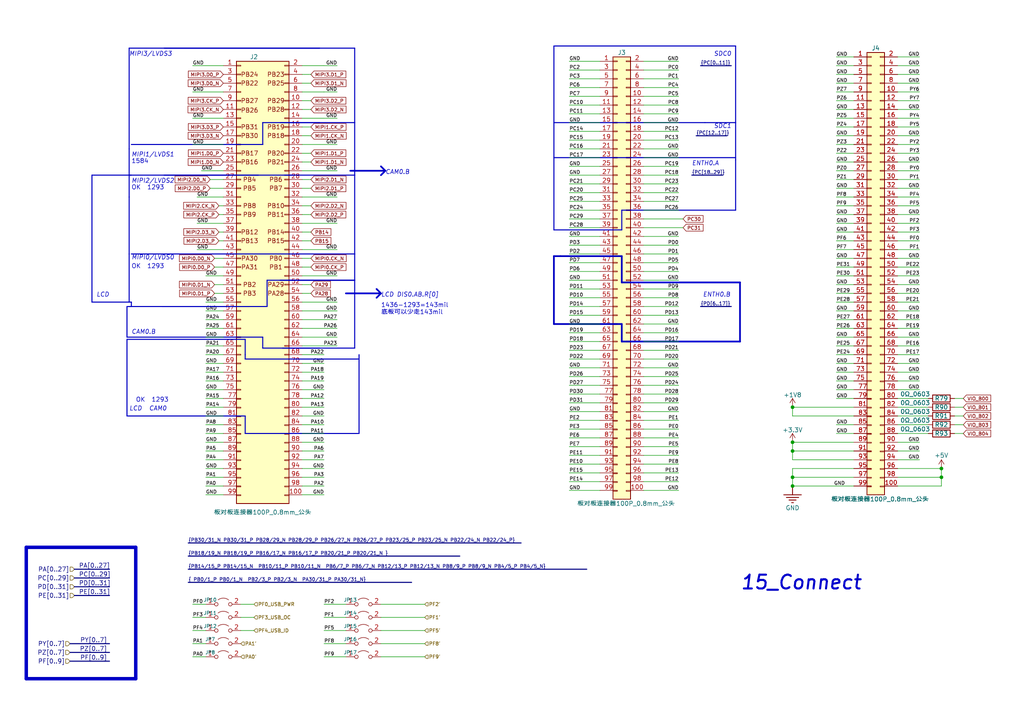
<source format=kicad_sch>
(kicad_sch (version 20230121) (generator eeschema)
  (paper "A4")
  (junction (at 229.87 140.97))
  (junction (at 273.05 138.43))
  (junction (at 229.87 130.81))
  (junction (at 273.05 135.89))
  (junction (at 229.87 118.11))
  (junction (at 229.87 138.43))
  (junction (at 229.87 128.27))
  (bus (pts (xy 54.61 165.1) (xy 170.18 165.1)))
  (wire (pts (xy 165.1 101.6) (xy 173.99 101.6)) (stroke (width 0.15)))
  (wire (pts (xy 62.23 85.09) (xy 64.77 85.09)))
  (wire (pts (xy 165.1 17.78) (xy 173.99 17.78)) (stroke (width 0.15)))
  (polyline (pts (xy 76.2 41.91) (xy 76.2 41.91)) (stroke (width 0.3) (type solid)))
  (wire (pts (xy 55.88 26.67) (xy 64.77 26.67)))
  (wire (pts (xy 55.88 19.05) (xy 64.77 19.05)))
  (wire (pts (xy 247.65 138.43) (xy 229.87 138.43)) (stroke (width 0.15)))
  (polyline (pts (xy 160.655 35.56) (xy 160.655 45.72)) (stroke (width 0.3) (type solid)))
  (wire (pts (xy 165.1 139.7) (xy 173.99 139.7)) (stroke (width 0.15)))
  (polyline (pts (xy 102.87 35.56) (xy 102.87 13.97)) (stroke (width 0.3) (type solid)))
  (wire (pts (xy 266.7 39.37) (xy 260.35 39.37)) (stroke (width 0.15)))
  (wire (pts (xy 93.98 26.67) (xy 97.79 26.67)) (stroke (width 0.15)))
  (polyline (pts (xy 36.83 88.9) (xy 36.83 97.79)) (stroke (width 0.3) (type solid)))
  (wire (pts (xy 242.57 52.07) (xy 247.65 52.07)) (stroke (width 0.15)))
  (wire (pts (xy 186.69 78.74) (xy 196.85 78.74)) (stroke (width 0.15)))
  (wire (pts (xy 69.85 179.07) (xy 73.66 179.07)))
  (polyline (pts (xy 109.22 83.82) (xy 110.49 85.09)) (stroke (width 0.5) (type solid)))
  (wire (pts (xy 165.1 114.3) (xy 173.99 114.3)) (stroke (width 0.15)))
  (polyline (pts (xy 36.83 88.9) (xy 72.39 88.9)) (stroke (width 0.3) (type solid)))
  (wire (pts (xy 87.63 26.67) (xy 93.98 26.67)))
  (bus (pts (xy 54.61 168.91) (xy 119.38 168.91)))
  (polyline (pts (xy 110.49 50.8) (xy 111.76 49.53)) (stroke (width 0.5) (type solid)))
  (wire (pts (xy 260.35 64.77) (xy 266.7 64.77)))
  (polyline (pts (xy 74.93 50.8) (xy 37.465 50.8)) (stroke (width 0.3) (type solid)))
  (wire (pts (xy 186.69 63.5) (xy 198.12 63.5)) (stroke (width 0.15)))
  (wire (pts (xy 186.69 88.9) (xy 196.85 88.9)) (stroke (width 0.15)))
  (wire (pts (xy 266.7 19.05) (xy 260.35 19.05)) (stroke (width 0.15)))
  (wire (pts (xy 186.69 132.08) (xy 196.85 132.08)) (stroke (width 0.15)))
  (polyline (pts (xy 160.655 74.295) (xy 162.56 74.295)) (stroke (width 0.5) (type solid)))
  (polyline (pts (xy 101.6 49.53) (xy 111.76 49.53)) (stroke (width 0.5) (type solid)))
  (wire (pts (xy 165.1 121.92) (xy 173.99 121.92)) (stroke (width 0.15)))
  (wire (pts (xy 186.69 142.24) (xy 196.85 142.24)) (stroke (width 0.15)))
  (wire (pts (xy 87.63 44.45) (xy 90.17 44.45)))
  (wire (pts (xy 260.35 125.73) (xy 269.24 125.73)) (stroke (width 0.15)))
  (bus (pts (xy 21.59 172.72) (xy 31.75 172.72)))
  (wire (pts (xy 59.69 100.33) (xy 64.77 100.33)))
  (polyline (pts (xy 110.49 48.26) (xy 111.76 49.53)) (stroke (width 0.5) (type solid)))
  (wire (pts (xy 186.69 116.84) (xy 196.85 116.84)) (stroke (width 0.15)))
  (polyline (pts (xy 71.12 120.65) (xy 71.12 125.73)) (stroke (width 0.3) (type solid)))
  (wire (pts (xy 242.57 87.63) (xy 247.65 87.63)) (stroke (width 0.15)))
  (wire (pts (xy 87.63 90.17) (xy 97.79 90.17)))
  (polyline (pts (xy 100.33 85.09) (xy 110.49 85.09)) (stroke (width 0.5) (type solid)))
  (wire (pts (xy 93.98 190.5) (xy 100.33 190.5)))
  (wire (pts (xy 165.1 99.06) (xy 173.99 99.06)) (stroke (width 0.15)))
  (polyline (pts (xy 7.62 158.75) (xy 7.62 196.85)) (stroke (width 1) (type solid)))
  (wire (pts (xy 87.63 133.35) (xy 93.98 133.35)) (stroke (width 0.15)))
  (wire (pts (xy 186.69 53.34) (xy 196.85 53.34)) (stroke (width 0.15)))
  (bus (pts (xy 21.59 165.1) (xy 31.75 165.1)))
  (wire (pts (xy 165.1 20.32) (xy 173.99 20.32)))
  (wire (pts (xy 55.88 186.69) (xy 59.69 186.69)))
  (wire (pts (xy 242.57 105.41) (xy 247.65 105.41)) (stroke (width 0.15)))
  (polyline (pts (xy 213.36 46.355) (xy 213.36 60.96)) (stroke (width 0.3) (type solid)))
  (wire (pts (xy 242.57 74.93) (xy 247.65 74.93)) (stroke (width 0.15)))
  (polyline (pts (xy 71.12 98.425) (xy 36.83 98.425)) (stroke (width 0.3) (type solid)))
  (polyline (pts (xy 92.71 13.97) (xy 37.465 13.97)) (stroke (width 0.3) (type solid)))
  (wire (pts (xy 165.1 43.18) (xy 173.99 43.18)) (stroke (width 0.15)))
  (polyline (pts (xy 38.1 87.63) (xy 38.1 88.9)) (stroke (width 0.3) (type solid)))
  (polyline (pts (xy 109.22 86.36) (xy 110.49 85.09)) (stroke (width 0.5) (type solid)))
  (bus (pts (xy 54.61 161.29) (xy 133.35 161.29)))
  (wire (pts (xy 58.42 49.53) (xy 64.77 49.53)) (stroke (width 0.15)))
  (polyline (pts (xy 71.12 125.73) (xy 93.98 125.73)) (stroke (width 0.3) (type solid)))
  (wire (pts (xy 59.69 95.25) (xy 64.77 95.25)))
  (wire (pts (xy 266.7 31.75) (xy 260.35 31.75)) (stroke (width 0.15)))
  (wire (pts (xy 186.69 104.14) (xy 196.85 104.14)) (stroke (width 0.15)))
  (wire (pts (xy 247.65 140.97) (xy 229.87 140.97)) (stroke (width 0.15)))
  (wire (pts (xy 242.57 113.03) (xy 247.65 113.03)) (stroke (width 0.15)))
  (wire (pts (xy 273.05 135.89) (xy 273.05 138.43)))
  (wire (pts (xy 273.05 140.97) (xy 260.35 140.97)))
  (wire (pts (xy 186.69 109.22) (xy 196.85 109.22)) (stroke (width 0.15)))
  (polyline (pts (xy 37.465 87.63) (xy 37.465 73.66)) (stroke (width 0.3) (type solid)))
  (wire (pts (xy 266.7 82.55) (xy 260.35 82.55)) (stroke (width 0.15)))
  (bus (pts (xy 203.2 88.9) (xy 212.09 88.9)))
  (wire (pts (xy 260.35 80.01) (xy 266.7 80.01)) (stroke (width 0.15)))
  (wire (pts (xy 59.69 133.35) (xy 64.77 133.35)))
  (wire (pts (xy 87.63 67.31) (xy 90.17 67.31)))
  (wire (pts (xy 242.57 123.19) (xy 247.65 123.19)) (stroke (width 0.15)))
  (wire (pts (xy 59.69 130.81) (xy 64.77 130.81)))
  (wire (pts (xy 260.35 85.09) (xy 266.7 85.09)) (stroke (width 0.15)))
  (wire (pts (xy 165.1 109.22) (xy 173.99 109.22)) (stroke (width 0.15)))
  (wire (pts (xy 266.7 110.49) (xy 260.35 110.49)) (stroke (width 0.15)))
  (wire (pts (xy 87.63 143.51) (xy 93.98 143.51)) (stroke (width 0.15)))
  (wire (pts (xy 186.69 55.88) (xy 196.85 55.88)) (stroke (width 0.15)))
  (wire (pts (xy 97.79 97.79) (xy 87.63 97.79)) (stroke (width 0.15)))
  (wire (pts (xy 63.5 59.69) (xy 64.77 59.69)))
  (wire (pts (xy 229.87 138.43) (xy 229.87 140.97)))
  (wire (pts (xy 266.7 133.35) (xy 260.35 133.35)) (stroke (width 0.15)))
  (wire (pts (xy 59.69 125.73) (xy 64.77 125.73)))
  (polyline (pts (xy 71.12 102.87) (xy 71.12 104.14)) (stroke (width 0.3) (type solid)))
  (wire (pts (xy 229.87 130.81) (xy 247.65 130.81)))
  (polyline (pts (xy 102.87 100.965) (xy 102.87 81.28)) (stroke (width 0.3) (type solid)))
  (wire (pts (xy 260.35 49.53) (xy 266.7 49.53)) (stroke (width 0.15)))
  (wire (pts (xy 165.1 25.4) (xy 173.99 25.4)))
  (wire (pts (xy 55.88 190.5) (xy 59.69 190.5)))
  (wire (pts (xy 242.57 97.79) (xy 247.65 97.79)) (stroke (width 0.15)))
  (wire (pts (xy 273.05 138.43) (xy 273.05 140.97)))
  (polyline (pts (xy 102.87 81.28) (xy 81.28 81.28)) (stroke (width 0.3) (type solid)))
  (wire (pts (xy 229.87 128.27) (xy 229.87 130.81)))
  (wire (pts (xy 260.35 59.69) (xy 266.7 59.69)) (stroke (width 0.15)))
  (wire (pts (xy 87.63 54.61) (xy 90.17 54.61)))
  (wire (pts (xy 260.35 100.33) (xy 266.7 100.33)) (stroke (width 0.15)))
  (wire (pts (xy 260.35 26.67) (xy 266.7 26.67)) (stroke (width 0.15)))
  (wire (pts (xy 229.87 120.65) (xy 247.65 120.65)))
  (bus (pts (xy 201.93 39.37) (xy 210.82 39.37)))
  (wire (pts (xy 242.57 49.53) (xy 247.65 49.53)) (stroke (width 0.15)))
  (wire (pts (xy 242.57 115.57) (xy 247.65 115.57)) (stroke (width 0.15)))
  (polyline (pts (xy 26.67 87.63) (xy 38.1 87.63)) (stroke (width 0.3) (type solid)))
  (wire (pts (xy 242.57 26.67) (xy 247.65 26.67)) (stroke (width 0.15)))
  (wire (pts (xy 165.1 132.08) (xy 173.99 132.08)) (stroke (width 0.15)))
  (wire (pts (xy 266.7 128.27) (xy 260.35 128.27)) (stroke (width 0.15)))
  (bus (pts (xy 54.61 157.48) (xy 151.13 157.48)))
  (polyline (pts (xy 7.62 158.75) (xy 39.37 158.75)) (stroke (width 1) (type solid)))
  (wire (pts (xy 59.69 105.41) (xy 64.77 105.41)) (stroke (width 0.15)))
  (polyline (pts (xy 38.1 88.9) (xy 36.83 88.9)) (stroke (width 0.3) (type solid)))
  (wire (pts (xy 90.17 24.13) (xy 87.63 24.13)))
  (wire (pts (xy 260.35 72.39) (xy 266.7 72.39)) (stroke (width 0.15)))
  (wire (pts (xy 63.5 67.31) (xy 64.77 67.31)))
  (wire (pts (xy 62.23 74.93) (xy 64.77 74.93)))
  (wire (pts (xy 186.69 71.12) (xy 196.85 71.12)) (stroke (width 0.15)))
  (wire (pts (xy 186.69 45.72) (xy 196.85 45.72)) (stroke (width 0.15)))
  (wire (pts (xy 242.57 92.71) (xy 247.65 92.71)) (stroke (width 0.15)))
  (wire (pts (xy 87.63 102.87) (xy 93.98 102.87)) (stroke (width 0.15)))
  (polyline (pts (xy 76.2 35.56) (xy 76.2 41.91)) (stroke (width 0.3) (type solid)))
  (wire (pts (xy 165.1 93.98) (xy 173.99 93.98)) (stroke (width 0.15)))
  (wire (pts (xy 242.57 59.69) (xy 247.65 59.69)) (stroke (width 0.15)))
  (wire (pts (xy 247.65 128.27) (xy 229.87 128.27)))
  (polyline (pts (xy 180.34 93.98) (xy 160.655 93.98)) (stroke (width 0.5) (type solid)))
  (wire (pts (xy 59.69 102.87) (xy 64.77 102.87)))
  (wire (pts (xy 165.1 116.84) (xy 173.99 116.84)) (stroke (width 0.15)))
  (wire (pts (xy 165.1 76.2) (xy 173.99 76.2)) (stroke (width 0.15)))
  (wire (pts (xy 165.1 22.86) (xy 173.99 22.86)))
  (wire (pts (xy 186.69 25.4) (xy 196.85 25.4)) (stroke (width 0.15)))
  (wire (pts (xy 186.69 48.26) (xy 196.85 48.26)) (stroke (width 0.15)))
  (wire (pts (xy 90.17 82.55) (xy 87.63 82.55)))
  (wire (pts (xy 266.7 90.17) (xy 260.35 90.17)) (stroke (width 0.15)))
  (polyline (pts (xy 102.87 73.66) (xy 102.87 81.28)) (stroke (width 0.3) (type solid)))
  (wire (pts (xy 60.96 54.61) (xy 64.77 54.61)))
  (polyline (pts (xy 160.655 93.98) (xy 160.655 74.295)) (stroke (width 0.5) (type solid)))
  (wire (pts (xy 97.79 100.33) (xy 87.63 100.33)) (stroke (width 0.15)))
  (wire (pts (xy 62.23 82.55) (xy 64.77 82.55)))
  (wire (pts (xy 165.1 111.76) (xy 173.99 111.76)) (stroke (width 0.15)))
  (polyline (pts (xy 180.34 99.06) (xy 180.34 93.98)) (stroke (width 0.5) (type solid)))
  (wire (pts (xy 165.1 58.42) (xy 173.99 58.42)) (stroke (width 0.15)))
  (polyline (pts (xy 81.28 125.73) (xy 104.14 125.73)) (stroke (width 0.3) (type solid)))
  (wire (pts (xy 266.7 113.03) (xy 260.35 113.03)) (stroke (width 0.15)))
  (polyline (pts (xy 160.655 13.335) (xy 213.36 13.335)) (stroke (width 0.3) (type solid)))
  (wire (pts (xy 266.7 16.51) (xy 260.35 16.51)) (stroke (width 0.15)))
  (wire (pts (xy 165.1 142.24) (xy 173.99 142.24)) (stroke (width 0.15)))
  (polyline (pts (xy 38.1 41.91) (xy 76.2 41.91)) (stroke (width 0.3) (type solid)))
  (wire (pts (xy 97.79 49.53) (xy 87.63 49.53)))
  (wire (pts (xy 229.87 118.11) (xy 247.65 118.11)))
  (bus (pts (xy 20.32 191.77) (xy 31.75 191.77)))
  (wire (pts (xy 260.35 115.57) (xy 269.24 115.57)) (stroke (width 0.15)))
  (wire (pts (xy 55.88 41.91) (xy 64.77 41.91)))
  (wire (pts (xy 229.87 120.65) (xy 229.87 118.11)))
  (wire (pts (xy 266.7 130.81) (xy 260.35 130.81)) (stroke (width 0.15)))
  (wire (pts (xy 266.7 46.99) (xy 260.35 46.99)) (stroke (width 0.15)))
  (polyline (pts (xy 102.87 50.8) (xy 102.87 73.66)) (stroke (width 0.3) (type solid)))
  (wire (pts (xy 87.63 140.97) (xy 93.98 140.97)) (stroke (width 0.15)))
  (polyline (pts (xy 204.47 35.56) (xy 213.36 35.56)) (stroke (width 0.3) (type solid)))
  (polyline (pts (xy 38.1 50.8) (xy 26.67 50.8)) (stroke (width 0.3) (type solid)))
  (polyline (pts (xy 180.34 81.915) (xy 214.63 81.915)) (stroke (width 0.5) (type solid)))
  (wire (pts (xy 55.88 34.29) (xy 64.77 34.29)))
  (polyline (pts (xy 26.67 50.8) (xy 26.67 87.63)) (stroke (width 0.3) (type solid)))
  (wire (pts (xy 186.69 35.56) (xy 196.85 35.56)) (stroke (width 0.15)))
  (wire (pts (xy 165.1 83.82) (xy 173.99 83.82)) (stroke (width 0.15)))
  (wire (pts (xy 242.57 24.13) (xy 247.65 24.13)) (stroke (width 0.15)))
  (polyline (pts (xy 37.465 43.18) (xy 37.465 50.8)) (stroke (width 0.3) (type solid)))
  (wire (pts (xy 186.69 60.96) (xy 196.85 60.96)) (stroke (width 0.15)))
  (wire (pts (xy 59.69 90.17) (xy 64.77 90.17)) (stroke (width 0.15)))
  (wire (pts (xy 165.1 86.36) (xy 173.99 86.36)) (stroke (width 0.15)))
  (polyline (pts (xy 81.915 100.965) (xy 102.87 100.965)) (stroke (width 0.3) (type solid)))
  (wire (pts (xy 165.1 134.62) (xy 173.99 134.62)) (stroke (width 0.15)))
  (wire (pts (xy 165.1 60.96) (xy 173.99 60.96)) (stroke (width 0.15)))
  (wire (pts (xy 273.05 138.43) (xy 260.35 138.43)))
  (wire (pts (xy 165.1 81.28) (xy 173.99 81.28)) (stroke (width 0.15)))
  (wire (pts (xy 242.57 41.91) (xy 247.65 41.91)) (stroke (width 0.15)))
  (wire (pts (xy 186.69 43.18) (xy 196.85 43.18)) (stroke (width 0.15)))
  (wire (pts (xy 87.63 57.15) (xy 97.79 57.15)) (stroke (width 0.15)))
  (wire (pts (xy 59.69 87.63) (xy 64.77 87.63)) (stroke (width 0.15)))
  (wire (pts (xy 93.98 182.88) (xy 100.33 182.88)))
  (wire (pts (xy 229.87 133.35) (xy 247.65 133.35)))
  (wire (pts (xy 186.69 129.54) (xy 196.85 129.54)) (stroke (width 0.15)))
  (wire (pts (xy 165.1 50.8) (xy 173.99 50.8)) (stroke (width 0.15)))
  (polyline (pts (xy 39.37 158.75) (xy 39.37 196.85)) (stroke (width 1) (type solid)))
  (wire (pts (xy 266.7 21.59) (xy 260.35 21.59)) (stroke (width 0.15)))
  (wire (pts (xy 242.57 19.05) (xy 247.65 19.05)) (stroke (width 0.15)))
  (wire (pts (xy 242.57 67.31) (xy 247.65 67.31)) (stroke (width 0.15)))
  (polyline (pts (xy 37.465 50.8) (xy 37.465 57.15)) (stroke (width 0.3) (type solid)))
  (wire (pts (xy 97.79 72.39) (xy 87.63 72.39)) (stroke (width 0.15)))
  (wire (pts (xy 110.49 190.5) (xy 123.19 190.5)))
  (wire (pts (xy 186.69 101.6) (xy 196.85 101.6)) (stroke (width 0.15)))
  (wire (pts (xy 186.69 106.68) (xy 196.85 106.68)) (stroke (width 0.15)))
  (wire (pts (xy 242.57 29.21) (xy 247.65 29.21)) (stroke (width 0.15)))
  (wire (pts (xy 87.63 41.91) (xy 97.79 41.91)))
  (wire (pts (xy 55.88 175.26) (xy 59.69 175.26)))
  (wire (pts (xy 266.7 62.23) (xy 260.35 62.23)) (stroke (width 0.15)))
  (polyline (pts (xy 102.87 50.8) (xy 102.87 35.56)) (stroke (width 0.3) (type solid)))
  (wire (pts (xy 260.35 57.15) (xy 266.7 57.15)) (stroke (width 0.15)))
  (bus (pts (xy 20.32 186.69) (xy 31.75 186.69)))
  (wire (pts (xy 186.69 134.62) (xy 196.85 134.62)) (stroke (width 0.15)))
  (wire (pts (xy 165.1 129.54) (xy 173.99 129.54)) (stroke (width 0.15)))
  (wire (pts (xy 186.69 137.16) (xy 196.85 137.16)) (stroke (width 0.15)))
  (wire (pts (xy 165.1 66.04) (xy 173.99 66.04)) (stroke (width 0.15)))
  (wire (pts (xy 165.1 48.26) (xy 173.99 48.26)) (stroke (width 0.15)))
  (wire (pts (xy 260.35 118.11) (xy 269.24 118.11)) (stroke (width 0.15)))
  (polyline (pts (xy 213.36 35.56) (xy 213.36 46.355)) (stroke (width 0.3) (type solid)))
  (wire (pts (xy 59.69 140.97) (xy 64.77 140.97)))
  (polyline (pts (xy 160.655 45.72) (xy 160.655 66.675)) (stroke (width 0.3) (type solid)))
  (wire (pts (xy 186.69 96.52) (xy 196.85 96.52)) (stroke (width 0.15)))
  (wire (pts (xy 266.7 24.13) (xy 260.35 24.13)) (stroke (width 0.15)))
  (wire (pts (xy 97.79 95.25) (xy 87.63 95.25)) (stroke (width 0.15)))
  (wire (pts (xy 266.7 105.41) (xy 260.35 105.41)) (stroke (width 0.15)))
  (wire (pts (xy 165.1 104.14) (xy 173.99 104.14)) (stroke (width 0.15)))
  (wire (pts (xy 260.35 44.45) (xy 266.7 44.45)) (stroke (width 0.15)))
  (wire (pts (xy 186.69 17.78) (xy 196.85 17.78)) (stroke (width 0.15)))
  (polyline (pts (xy 214.63 99.06) (xy 180.34 99.06)) (stroke (width 0.5) (type solid)))
  (wire (pts (xy 165.1 40.64) (xy 173.99 40.64)) (stroke (width 0.15)))
  (polyline (pts (xy 180.34 60.96) (xy 180.34 66.675)) (stroke (width 0.3) (type solid)))
  (wire (pts (xy 55.88 182.88) (xy 59.69 182.88)))
  (wire (pts (xy 186.69 119.38) (xy 196.85 119.38)) (stroke (width 0.15)))
  (wire (pts (xy 186.69 33.02) (xy 196.85 33.02)) (stroke (width 0.15)))
  (polyline (pts (xy 71.12 104.14) (xy 104.14 104.14)) (stroke (width 0.3) (type solid)))
  (wire (pts (xy 186.69 81.28) (xy 196.85 81.28)) (stroke (width 0.15)))
  (wire (pts (xy 165.1 124.46) (xy 173.99 124.46)) (stroke (width 0.15)))
  (wire (pts (xy 165.1 63.5) (xy 173.99 63.5)) (stroke (width 0.15)))
  (wire (pts (xy 260.35 87.63) (xy 266.7 87.63)) (stroke (width 0.15)))
  (polyline (pts (xy 37.465 57.15) (xy 37.465 73.66)) (stroke (width 0.3) (type solid)))
  (wire (pts (xy 186.69 50.8) (xy 196.85 50.8)) (stroke (width 0.15)))
  (wire (pts (xy 242.57 44.45) (xy 247.65 44.45)) (stroke (width 0.15)))
  (wire (pts (xy 242.57 54.61) (xy 247.65 54.61)) (stroke (width 0.15)))
  (wire (pts (xy 229.87 135.89) (xy 229.87 138.43)))
  (wire (pts (xy 186.69 58.42) (xy 196.85 58.42)) (stroke (width 0.15)))
  (wire (pts (xy 242.57 72.39) (xy 247.65 72.39)) (stroke (width 0.15)))
  (wire (pts (xy 186.69 73.66) (xy 196.85 73.66)) (stroke (width 0.15)))
  (wire (pts (xy 87.63 19.05) (xy 93.98 19.05)))
  (wire (pts (xy 186.69 91.44) (xy 196.85 91.44)) (stroke (width 0.15)))
  (wire (pts (xy 87.63 128.27) (xy 93.98 128.27)) (stroke (width 0.15)))
  (wire (pts (xy 242.57 69.85) (xy 247.65 69.85)) (stroke (width 0.15)))
  (wire (pts (xy 186.69 20.32) (xy 196.85 20.32)) (stroke (width 0.15)))
  (wire (pts (xy 165.1 35.56) (xy 173.99 35.56)) (stroke (width 0.15)))
  (wire (pts (xy 242.57 90.17) (xy 247.65 90.17)) (stroke (width 0.15)))
  (wire (pts (xy 260.35 36.83) (xy 266.7 36.83)) (stroke (width 0.15)))
  (polyline (pts (xy 38.1 73.66) (xy 102.87 73.66)) (stroke (width 0.3) (type solid)))
  (wire (pts (xy 242.57 100.33) (xy 247.65 100.33)))
  (polyline (pts (xy 76.2 97.79) (xy 76.2 100.965)) (stroke (width 0.3) (type solid)))
  (wire (pts (xy 59.69 97.79) (xy 64.77 97.79)) (stroke (width 0.15)))
  (wire (pts (xy 273.05 135.89) (xy 260.35 135.89)))
  (wire (pts (xy 87.63 125.73) (xy 93.98 125.73)) (stroke (width 0.15)))
  (bus (pts (xy 21.59 170.18) (xy 31.75 170.18)))
  (wire (pts (xy 186.69 114.3) (xy 196.85 114.3)) (stroke (width 0.15)))
  (wire (pts (xy 87.63 74.93) (xy 90.17 74.93)))
  (wire (pts (xy 242.57 64.77) (xy 247.65 64.77)) (stroke (width 0.15)))
  (wire (pts (xy 260.35 95.25) (xy 266.7 95.25)) (stroke (width 0.15)))
  (wire (pts (xy 279.4 125.73) (xy 276.86 125.73)) (stroke (width 0.15)))
  (wire (pts (xy 69.85 182.88) (xy 73.66 182.88)))
  (wire (pts (xy 93.98 34.29) (xy 97.79 34.29)) (stroke (width 0.15)))
  (wire (pts (xy 186.69 121.92) (xy 196.85 121.92)) (stroke (width 0.15)))
  (wire (pts (xy 266.7 74.93) (xy 260.35 74.93)) (stroke (width 0.15)))
  (wire (pts (xy 260.35 120.65) (xy 269.24 120.65)) (stroke (width 0.15)))
  (wire (pts (xy 87.63 31.75) (xy 90.17 31.75)))
  (wire (pts (xy 165.1 119.38) (xy 173.99 119.38)) (stroke (width 0.15)))
  (wire (pts (xy 242.57 107.95) (xy 247.65 107.95)) (stroke (width 0.15)))
  (wire (pts (xy 260.35 77.47) (xy 266.7 77.47)) (stroke (width 0.15)))
  (wire (pts (xy 93.98 179.07) (xy 100.33 179.07)))
  (wire (pts (xy 186.69 68.58) (xy 196.85 68.58)) (stroke (width 0.15)))
  (wire (pts (xy 242.57 62.23) (xy 247.65 62.23)) (stroke (width 0.15)))
  (wire (pts (xy 165.1 137.16) (xy 173.99 137.16)) (stroke (width 0.15)))
  (wire (pts (xy 242.57 57.15) (xy 247.65 57.15)) (stroke (width 0.15)))
  (wire (pts (xy 64.77 80.01) (xy 59.69 80.01)) (stroke (width 0.15)))
  (polyline (pts (xy 85.09 50.8) (xy 47.625 50.8)) (stroke (width 0.3) (type solid)))
  (polyline (pts (xy 37.465 13.97) (xy 37.465 43.18)) (stroke (width 0.3) (type solid)))
  (polyline (pts (xy 160.655 45.72) (xy 213.36 45.72)) (stroke (width 0.3) (type solid)))
  (polyline (pts (xy 76.2 100.965) (xy 92.71 100.965)) (stroke (width 0.3) (type solid)))
  (polyline (pts (xy 214.63 81.915) (xy 214.63 99.06)) (stroke (width 0.5) (type solid)))
  (wire (pts (xy 186.69 124.46) (xy 196.85 124.46)) (stroke (width 0.15)))
  (wire (pts (xy 110.49 179.07) (xy 123.19 179.07)))
  (wire (pts (xy 87.63 115.57) (xy 93.98 115.57)) (stroke (width 0.15)))
  (polyline (pts (xy 162.56 74.295) (xy 180.34 74.295)) (stroke (width 0.5) (type solid)))
  (polyline (pts (xy 77.47 81.28) (xy 77.47 88.9)) (stroke (width 0.3) (type solid)))
  (wire (pts (xy 87.63 123.19) (xy 93.98 123.19)) (stroke (width 0.15)))
  (wire (pts (xy 110.49 175.26) (xy 123.19 175.26)))
  (wire (pts (xy 87.63 52.07) (xy 90.17 52.07)))
  (wire (pts (xy 87.63 138.43) (xy 93.98 138.43)) (stroke (width 0.15)))
  (wire (pts (xy 87.63 107.95) (xy 93.98 107.95)) (stroke (width 0.15)))
  (polyline (pts (xy 36.83 97.79) (xy 76.2 97.79)) (stroke (width 0.3) (type solid)))
  (wire (pts (xy 186.69 86.36) (xy 196.85 86.36)) (stroke (width 0.15)))
  (wire (pts (xy 242.57 36.83) (xy 247.65 36.83)) (stroke (width 0.15)))
  (wire (pts (xy 260.35 41.91) (xy 266.7 41.91)) (stroke (width 0.15)))
  (wire (pts (xy 93.98 175.26) (xy 100.33 175.26)))
  (wire (pts (xy 165.1 53.34) (xy 173.99 53.34)) (stroke (width 0.15)))
  (wire (pts (xy 87.63 46.99) (xy 90.17 46.99)))
  (wire (pts (xy 165.1 30.48) (xy 173.99 30.48)) (stroke (width 0.15)))
  (polyline (pts (xy 102.87 13.97) (xy 47.625 13.97)) (stroke (width 0.3) (type solid)))
  (polyline (pts (xy 82.55 50.8) (xy 102.87 50.8)) (stroke (width 0.3) (type solid)))
  (wire (pts (xy 57.15 57.15) (xy 64.77 57.15)) (stroke (width 0.15)))
  (wire (pts (xy 186.69 38.1) (xy 196.85 38.1)) (stroke (width 0.15)))
  (wire (pts (xy 260.35 34.29) (xy 266.7 34.29)) (stroke (width 0.15)))
  (wire (pts (xy 186.69 27.94) (xy 196.85 27.94)) (stroke (width 0.15)))
  (wire (pts (xy 266.7 107.95) (xy 260.35 107.95)) (stroke (width 0.15)))
  (wire (pts (xy 87.63 64.77) (xy 97.79 64.77)) (stroke (width 0.15)))
  (wire (pts (xy 242.57 31.75) (xy 247.65 31.75)) (stroke (width 0.15)))
  (wire (pts (xy 242.57 34.29) (xy 247.65 34.29)) (stroke (width 0.15)))
  (wire (pts (xy 260.35 67.31) (xy 266.7 67.31)))
  (wire (pts (xy 59.69 113.03) (xy 64.77 113.03)) (stroke (width 0.15)))
  (wire (pts (xy 59.69 135.89) (xy 64.77 135.89)) (stroke (width 0.15)))
  (wire (pts (xy 186.69 66.04) (xy 198.12 66.04)) (stroke (width 0.15)))
  (polyline (pts (xy 160.655 35.56) (xy 160.655 13.335)) (stroke (width 0.3) (type solid)))
  (wire (pts (xy 87.63 39.37) (xy 90.17 39.37)))
  (wire (pts (xy 186.69 22.86) (xy 196.85 22.86)) (stroke (width 0.15)))
  (wire (pts (xy 59.69 138.43) (xy 64.77 138.43)))
  (bus (pts (xy 200.66 50.8) (xy 209.55 50.8)))
  (polyline (pts (xy 213.36 13.335) (xy 213.36 35.56)) (stroke (width 0.3) (type solid)))
  (wire (pts (xy 186.69 111.76) (xy 196.85 111.76)) (stroke (width 0.15)))
  (wire (pts (xy 87.63 62.23) (xy 90.17 62.23)))
  (wire (pts (xy 165.1 88.9) (xy 173.99 88.9)) (stroke (width 0.15)))
  (wire (pts (xy 260.35 52.07) (xy 266.7 52.07)) (stroke (width 0.15)))
  (wire (pts (xy 55.88 179.07) (xy 59.69 179.07)))
  (wire (pts (xy 279.4 115.57) (xy 276.86 115.57)) (stroke (width 0.15)))
  (wire (pts (xy 242.57 80.01) (xy 247.65 80.01)))
  (wire (pts (xy 97.79 92.71) (xy 87.63 92.71)))
  (wire (pts (xy 242.57 21.59) (xy 247.65 21.59)) (stroke (width 0.15)))
  (wire (pts (xy 165.1 127) (xy 173.99 127)) (stroke (width 0.15)))
  (wire (pts (xy 110.49 186.69) (xy 123.19 186.69)))
  (polyline (pts (xy 180.34 66.675) (xy 160.655 66.675)) (stroke (width 0.3) (type solid)))
  (wire (pts (xy 87.63 77.47) (xy 90.17 77.47)))
  (bus (pts (xy 203.2 19.05) (xy 212.09 19.05)))
  (wire (pts (xy 57.15 64.77) (xy 64.77 64.77)) (stroke (width 0.15)))
  (wire (pts (xy 110.49 182.88) (xy 123.19 182.88)))
  (polyline (pts (xy 104.14 125.73) (xy 104.14 102.87)) (stroke (width 0.3) (type solid)))
  (wire (pts (xy 242.57 110.49) (xy 247.65 110.49)) (stroke (width 0.15)))
  (wire (pts (xy 242.57 77.47) (xy 247.65 77.47)))
  (wire (pts (xy 165.1 106.68) (xy 173.99 106.68)) (stroke (width 0.15)))
  (wire (pts (xy 93.98 186.69) (xy 100.33 186.69)))
  (wire (pts (xy 59.69 123.19) (xy 64.77 123.19)))
  (wire (pts (xy 87.63 36.83) (xy 90.17 36.83)))
  (wire (pts (xy 279.4 118.11) (xy 276.86 118.11)) (stroke (width 0.15)))
  (polyline (pts (xy 46.99 88.9) (xy 77.47 88.9)) (stroke (width 0.3) (type solid)))
  (wire (pts (xy 69.85 175.26) (xy 73.66 175.26)))
  (wire (pts (xy 260.35 123.19) (xy 269.24 123.19)) (stroke (width 0.15)))
  (wire (pts (xy 242.57 95.25) (xy 247.65 95.25)) (stroke (width 0.15)))
  (wire (pts (xy 266.7 97.79) (xy 260.35 97.79)) (stroke (width 0.15)))
  (wire (pts (xy 59.69 107.95) (xy 64.77 107.95)))
  (polyline (pts (xy 180.34 74.295) (xy 180.34 81.915)) (stroke (width 0.5) (type solid)))
  (wire (pts (xy 59.69 92.71) (xy 64.77 92.71)))
  (wire (pts (xy 260.35 29.21) (xy 266.7 29.21)) (stroke (width 0.15)))
  (wire (pts (xy 247.65 135.89) (xy 229.87 135.89)) (stroke (width 0.15)))
  (wire (pts (xy 186.69 93.98) (xy 196.85 93.98)) (stroke (width 0.15)))
  (wire (pts (xy 87.63 59.69) (xy 90.17 59.69)))
  (wire (pts (xy 242.57 46.99) (xy 247.65 46.99)) (stroke (width 0.15)))
  (wire (pts (xy 87.63 69.85) (xy 90.17 69.85)))
  (wire (pts (xy 87.63 105.41) (xy 93.98 105.41)) (stroke (width 0.15)))
  (wire (pts (xy 59.69 118.11) (xy 64.77 118.11)))
  (wire (pts (xy 165.1 45.72) (xy 173.99 45.72)) (stroke (width 0.15)))
  (wire (pts (xy 87.63 87.63) (xy 97.79 87.63)) (stroke (width 0.15)))
  (wire (pts (xy 186.69 127) (xy 196.85 127)) (stroke (width 0.15)))
  (wire (pts (xy 87.63 110.49) (xy 93.98 110.49)) (stroke (width 0.15)))
  (polyline (pts (xy 36.83 120.65) (xy 71.12 120.65)) (stroke (width 0.3) (type solid)))
  (wire (pts (xy 87.63 120.65) (xy 93.98 120.65)) (stroke (width 0.15)))
  (bus (pts (xy 20.32 189.23) (xy 31.75 189.23)))
  (wire (pts (xy 165.1 78.74) (xy 173.99 78.74)) (stroke (width 0.15)))
  (polyline (pts (xy 102.87 35.56) (xy 81.28 35.56)) (stroke (width 0.3) (type solid)))
  (wire (pts (xy 63.5 69.85) (xy 64.77 69.85)))
  (wire (pts (xy 165.1 91.44) (xy 173.99 91.44)) (stroke (width 0.15)))
  (wire (pts (xy 229.87 130.81) (xy 229.87 133.35)))
  (wire (pts (xy 90.17 21.59) (xy 87.63 21.59)))
  (wire (pts (xy 242.57 16.51) (xy 247.65 16.51)) (stroke (width 0.15)))
  (wire (pts (xy 165.1 55.88) (xy 173.99 55.88)) (stroke (width 0.15)))
  (wire (pts (xy 62.23 77.47) (xy 64.77 77.47)))
  (wire (pts (xy 279.4 120.65) (xy 276.86 120.65)) (stroke (width 0.15)))
  (wire (pts (xy 186.69 30.48) (xy 196.85 30.48)) (stroke (width 0.15)))
  (wire (pts (xy 186.69 139.7) (xy 196.85 139.7)) (stroke (width 0.15)))
  (polyline (pts (xy 71.12 102.87) (xy 71.12 98.425)) (stroke (width 0.3) (type solid)))
  (wire (pts (xy 260.35 69.85) (xy 266.7 69.85)) (stroke (width 0.15)))
  (wire (pts (xy 87.63 113.03) (xy 93.98 113.03)) (stroke (width 0.15)))
  (wire (pts (xy 260.35 102.87) (xy 266.7 102.87)) (stroke (width 0.15)))
  (wire (pts (xy 87.63 34.29) (xy 93.98 34.29)))
  (wire (pts (xy 242.57 39.37) (xy 247.65 39.37)) (stroke (width 0.15)))
  (wire (pts (xy 87.63 130.81) (xy 93.98 130.81)) (stroke (width 0.15)))
  (polyline (pts (xy 92.71 35.56) (xy 76.2 35.56)) (stroke (width 0.3) (type solid)))
  (wire (pts (xy 165.1 33.02) (xy 173.99 33.02)) (stroke (width 0.15)))
  (wire (pts (xy 165.1 96.52) (xy 173.99 96.52)) (stroke (width 0.15)))
  (polyline (pts (xy 39.37 196.85) (xy 7.62 196.85)) (stroke (width 1) (type solid)))
  (wire (pts (xy 90.17 85.09) (xy 87.63 85.09)))
  (wire (pts (xy 165.1 71.12) (xy 173.99 71.12)) (stroke (width 0.15)))
  (wire (pts (xy 59.69 110.49) (xy 64.77 110.49)))
  (polyline (pts (xy 213.36 60.96) (xy 180.34 60.96)) (stroke (width 0.3) (type solid)))
  (wire (pts (xy 87.63 135.89) (xy 93.98 135.89)) (stroke (width 0.15)))
  (wire (pts (xy 186.69 99.06) (xy 196.85 99.06)) (stroke (width 0.15)))
  (wire (pts (xy 242.57 82.55) (xy 247.65 82.55)) (stroke (width 0.15)))
  (wire (pts (xy 165.1 38.1) (xy 173.99 38.1)) (stroke (width 0.15)))
  (wire (pts (xy 59.69 120.65) (xy 64.77 120.65)) (stroke (width 0.15)))
  (polyline (pts (xy 38.1 41.91) (xy 76.2 41.91)))
  (wire (pts (xy 63.5 62.23) (xy 64.77 62.23)))
  (polyline (pts (xy 36.83 98.425) (xy 36.83 120.65)) (stroke (width 0.3) (type solid)))
  (wire (pts (xy 242.57 125.73) (xy 247.65 125.73)) (stroke (width 0.15)))
  (bus (pts (xy 21.59 167.64) (xy 31.75 167.64)))
  (wire (pts (xy 165.1 73.66) (xy 173.99 73.66)) (stroke (width 0.15)))
  (wire (pts (xy 59.69 128.27) (xy 64.77 128.27)) (stroke (width 0.15)))
  (wire (pts (xy 97.79 80.01) (xy 87.63 80.01)) (stroke (width 0.15)))
  (wire (pts (xy 165.1 27.94) (xy 173.99 27.94)))
  (wire (pts (xy 260.35 92.71) (xy 266.7 92.71)) (stroke (width 0.15)))
  (wire (pts (xy 87.63 29.21) (xy 90.17 29.21)))
  (wire (pts (xy 186.69 83.82) (xy 196.85 83.82)) (stroke (width 0.15)))
  (wire (pts (xy 279.4 123.19) (xy 276.86 123.19)) (stroke (width 0.15)))
  (wire (pts (xy 186.69 40.64) (xy 196.85 40.64)) (stroke (width 0.15)))
  (wire (pts (xy 266.7 54.61) (xy 260.35 54.61)) (stroke (width 0.15)))
  (wire (pts (xy 60.96 52.07) (xy 64.77 52.07)))
  (wire (pts (xy 242.57 85.09) (xy 247.65 85.09)) (stroke (width 0.15)))
  (polyline (pts (xy 77.47 81.28) (xy 102.87 81.28)) (stroke (width 0.3) (type solid)))
  (wire (pts (xy 242.57 102.87) (xy 247.65 102.87)))
  (polyline (pts (xy 204.47 35.56) (xy 160.655 35.56)) (stroke (width 0.3) (type solid)))
  (wire (pts (xy 57.15 72.39) (xy 64.77 72.39)) (stroke (width 0.15)))
  (wire (pts (xy 87.63 118.11) (xy 93.98 118.11)) (stroke (width 0.15)))
  (wire (pts (xy 186.69 76.2) (xy 196.85 76.2)) (stroke (width 0.15)))
  (wire (pts (xy 165.1 68.58) (xy 173.99 68.58)) (stroke (width 0.15)))
  (wire (pts (xy 93.98 19.05) (xy 97.79 19.05)) (stroke (width 0.15)))
  (wire (pts (xy 59.69 115.57) (xy 64.77 115.57)))
  (wire (pts (xy 59.69 143.51) (xy 64.77 143.51)) (stroke (width 0.15)))
  (text "CAM0" (at 43.18 119.38 0) (effects (font (size 1.27 1.27) italic) (justify left bottom)))
  (text "1584" (at 38.1 47.625 0) (effects (font (size 1.27 1.27)) (justify left bottom)))
  (text "LCD" (at 37.465 119.38 0) (effects (font (size 1.27 1.27) italic) (justify left bottom)))
  (text "OK  1293" (at 38.1 78.105 0) (effects (font (size 1.27 1.27)) (justify left bottom)))
  (text "ENTH0.B" (at 203.835 86.36 0) (effects (font (size 1.27 1.27) italic) (justify left bottom)))
  (text "MIPI0/LVDS0" (at 38.1 75.565 0) (effects (font (size 1.27 1.27) italic) (justify left bottom)))
  (text "MIPI2/LVDS2" (at 38.1 53.34 0) (effects (font (size 1.27 1.27) italic) (justify left bottom)))
  (text "LCD DIS0.AB.R[0]\n" (at 110.49 86.36 0) (effects (font (size 1.27 1.27) italic) (justify left bottom)))
  (text "ENTH0.A" (at 200.66 48.26 0) (effects (font (size 1.27 1.27) italic) (justify left bottom)))
  (text "CAM0.B" (at 38.1 97.155 0) (effects (font (size 1.27 1.27) italic) (justify left bottom)))
  (text "SDC1\n" (at 207.01 37.465 0) (effects (font (size 1.27 1.27) italic) (justify left bottom)))
  (text "OK  1293" (at 38.1 55.245 0) (effects (font (size 1.27 1.27)) (justify left bottom)))
  (text "CAM0.B" (at 111.76 50.8 0) (effects (font (size 1.27 1.27) italic) (justify left bottom)))
  (text "MIPI3/LVDS3" (at 37.465 16.51 0) (effects (font (size 1.27 1.27) italic) (justify left bottom)))
  (text "1436-1293=143mil\n底板可以少走143mil" (at 110.49 91.44 0) (effects (font (size 1.27 1.27)) (justify left bottom)))
  (text "MIPI1/LVDS1" (at 38.1 45.72 0) (effects (font (size 1.27 1.27) italic) (justify left bottom)))
  (text "OK  1293" (at 39.37 116.84 0) (effects (font (size 1.27 1.27)) (justify left bottom)))
  (text "LCD" (at 27.94 86.36 0) (effects (font (size 1.27 1.27) italic) (justify left bottom)))
  (text "SDC0\n" (at 207.01 16.51 0) (effects (font (size 1.27 1.27) italic) (justify left bottom)))
  (text "15_Connect" (at 214.63 171.45 0) (effects (font (size 4 4) (thickness 0.6) bold italic) (justify left bottom)))
  (label "PC16" (at 165.1 43.18 0) (effects (font (size 1 1))) (property "Intersheetrefs" "${INTERSHEET_REFS}" (effects hide)))
  (label "PA18" (at 93.98 107.95 180) (effects (font (size 1 1))))
  (label "GND" (at 266.7 39.37 180) (effects (font (size 1 1))))
  (label "PA12" (at 93.98 115.57 180) (effects (font (size 1 1))))
  (label "PF8" (at 93.98 186.69 0) (effects (font (size 1 1))) (property "Intersheetrefs" "${INTERSHEET_REFS}" (effects hide)))
  (label "PD7" (at 165.1 76.2 0) (effects (font (size 1 1))))
  (label "GND" (at 59.69 135.89 0) (effects (font (size 1 1))))
  (label "GND" (at 165.1 119.38 0) (effects (font (size 1 1))))
  (label "PE28" (at 242.57 87.63 0) (effects (font (size 1 1))))
  (label "PD17" (at 196.85 99.06 180) (effects (font (size 1 1))) (property "Intersheetrefs" "${INTERSHEET_REFS}" (effects hide)))
  (label "PF9" (at 242.57 59.69 0) (effects (font (size 1 1))) (property "Intersheetrefs" "${INTERSHEET_REFS}" (effects hide)))
  (label "GND" (at 266.7 54.61 180) (effects (font (size 1 1))))
  (label "GND" (at 266.7 90.17 180) (effects (font (size 1 1))))
  (label "PC28" (at 165.1 66.04 0) (effects (font (size 1 1))))
  (label "{ PB0{slash}1_P PB0{slash}1_N  PB2{slash}3_P PB2{slash}3_N  PA30{slash}31_P PA30{slash}31_N}" (at 54.61 168.91 0) (effects (font (size 1 1))))
  (label "GND" (at 242.57 46.99 0) (effects (font (size 1 1))))
  (label "PA15" (at 59.69 115.57 0) (effects (font (size 1 1))) (property "Intersheetrefs" "${INTERSHEET_REFS}" (effects hide)))
  (label "GND" (at 242.57 125.73 0) (effects (font (size 1 1))))
  (label "GND" (at 266.7 110.49 180) (effects (font (size 1 1))))
  (label "PD9" (at 196.85 83.82 180) (effects (font (size 1 1))) (property "Intersheetrefs" "${INTERSHEET_REFS}" (effects hide)))
  (label "PA9" (at 59.69 125.73 0) (effects (font (size 1 1))) (property "Intersheetrefs" "${INTERSHEET_REFS}" (effects hide)))
  (label "GND" (at 196.85 106.68 180) (effects (font (size 1 1))))
  (label "PA26" (at 97.79 95.25 180) (effects (font (size 1 1))))
  (label "PC9" (at 196.85 33.02 180) (effects (font (size 1 1))) (property "Intersheetrefs" "${INTERSHEET_REFS}" (effects hide)))
  (label "GND" (at 242.57 113.03 0) (effects (font (size 1 1))))
  (label "GND" (at 59.69 120.65 0) (effects (font (size 1 1))))
  (label "PE3" (at 165.1 124.46 0) (effects (font (size 1 1))))
  (label "PE10" (at 165.1 134.62 0) (effects (font (size 1 1))))
  (label "GND" (at 93.98 135.89 180) (effects (font (size 1 1))))
  (label "GND" (at 196.85 93.98 180) (effects (font (size 1 1))))
  (label "PC22" (at 196.85 55.88 180) (effects (font (size 1 1))))
  (label "PC20" (at 165.1 55.88 0) (effects (font (size 1 1))) (property "Intersheetrefs" "${INTERSHEET_REFS}" (effects hide)))
  (label "PC24" (at 165.1 60.96 0) (effects (font (size 1 1))) (property "Intersheetrefs" "${INTERSHEET_REFS}" (effects hide)))
  (label "PF2" (at 93.98 175.26 0) (effects (font (size 1 1))) (property "Intersheetrefs" "${INTERSHEET_REFS}" (effects hide)))
  (label "PC13" (at 196.85 40.64 180) (effects (font (size 1 1))))
  (label "GND" (at 59.69 113.03 0) (effects (font (size 1 1))))
  (label "GND" (at 97.79 97.79 180) (effects (font (size 1 1))))
  (label "PC15" (at 165.1 40.64 0) (effects (font (size 1 1))) (property "Intersheetrefs" "${INTERSHEET_REFS}" (effects hide)))
  (label "PD3" (at 165.1 71.12 0) (effects (font (size 1 1))))
  (label "PC5" (at 196.85 27.94 180) (effects (font (size 1 1))) (property "Intersheetrefs" "${INTERSHEET_REFS}" (effects hide)))
  (label "PD10" (at 165.1 86.36 0) (effects (font (size 1 1))))
  (label "GND" (at 97.79 41.91 180) (effects (font (size 1 1))))
  (label "GND" (at 242.57 24.13 0) (effects (font (size 1 1))))
  (label "PE15" (at 165.1 137.16 0) (effects (font (size 1 1))) (property "Intersheetrefs" "${INTERSHEET_REFS}" (effects hide)))
  (label "PE23" (at 266.7 80.01 180) (effects (font (size 1 1))))
  (label "PE26" (at 242.57 95.25 0) (effects (font (size 1 1))))
  (label "PE[0..31]" (at 22.86 172.72 0))
  (label "GND" (at 196.85 43.18 180) (effects (font (size 1 1))))
  (label "PA1" (at 59.69 138.43 0) (effects (font (size 1 1))) (property "Intersheetrefs" "${INTERSHEET_REFS}" (effects hide)))
  (label "PY0" (at 266.7 49.53 180) (effects (font (size 1 1))) (property "Intersheetrefs" "${INTERSHEET_REFS}" (effects hide)))
  (label "PE17" (at 266.7 102.87 180) (effects (font (size 1 1))) (property "Intersheetrefs" "${INTERSHEET_REFS}" (effects hide)))
  (label "PC0" (at 196.85 20.32 180) (effects (font (size 1 1))) (property "Intersheetrefs" "${INTERSHEET_REFS}" (effects hide)))
  (label "GND" (at 59.69 143.51 0) (effects (font (size 1 1))))
  (label "GND" (at 97.79 87.63 180) (effects (font (size 1 1))))
  (label "PY1" (at 266.7 52.07 180) (effects (font (size 1 1))) (property "Intersheetrefs" "${INTERSHEET_REFS}" (effects hide)))
  (label "PA19" (at 93.98 110.49 180) (effects (font (size 1 1))))
  (label "GND" (at 165.1 93.98 0) (effects (font (size 1 1))))
  (label "GND" (at 59.69 105.41 0) (effects (font (size 1 1))))
  (label "PE13" (at 196.85 137.16 180) (effects (font (size 1 1))))
  (label "GND" (at 242.57 21.59 0) (effects (font (size 1 1))))
  (label "PC8" (at 196.85 30.48 180) (effects (font (size 1 1))) (property "Intersheetrefs" "${INTERSHEET_REFS}" (effects hide)))
  (label "GND" (at 266.7 130.81 180) (effects (font (size 1 1))))
  (label "PE14" (at 165.1 139.7 0) (effects (font (size 1 1))) (property "Intersheetrefs" "${INTERSHEET_REFS}" (effects hide)))
  (label "PY5" (at 266.7 36.83 180) (effects (font (size 1 1))) (property "Intersheetrefs" "${INTERSHEET_REFS}" (effects hide)))
  (label "PA25" (at 59.69 95.25 0) (effects (font (size 1 1))) (property "Intersheetrefs" "${INTERSHEET_REFS}" (effects hide)))
  (label "GND" (at 266.7 133.35 180) (effects (font (size 1 1))))
  (label "PD4" (at 196.85 78.74 180) (effects (font (size 1 1))) (property "Intersheetrefs" "${INTERSHEET_REFS}" (effects hide)))
  (label "PA0" (at 55.88 190.5 0) (effects (font (size 1 1))) (property "Intersheetrefs" "${INTERSHEET_REFS}" (effects hide)))
  (label "PD0" (at 196.85 71.12 180) (effects (font (size 1 1))) (property "Intersheetrefs" "${INTERSHEET_REFS}" (effects hide)))
  (label "GND" (at 266.7 82.55 180) (effects (font (size 1 1))))
  (label "GND" (at 97.79 72.39 180) (effects (font (size 1 1))))
  (label "PD6" (at 165.1 78.74 0) (effects (font (size 1 1))))
  (label "GND" (at 266.7 105.41 180) (effects (font (size 1 1))))
  (label "PD19" (at 165.1 96.52 0) (effects (font (size 1 1))))
  (label "{PC[12..17]}" (at 201.93 39.37 0) (effects (font (size 1 1))))
  (label "PY3" (at 266.7 44.45 180) (effects (font (size 1 1))) (property "Intersheetrefs" "${INTERSHEET_REFS}" (effects hide)))
  (label "PD14" (at 165.1 88.9 0) (effects (font (size 1 1))) (property "Intersheetrefs" "${INTERSHEET_REFS}" (effects hide)))
  (label "PE29" (at 242.57 85.09 0) (effects (font (size 1 1))))
  (label "PA27" (at 97.79 92.71 180) (effects (font (size 1 1))))
  (label "GND" (at 196.85 142.24 180) (effects (font (size 1 1))))
  (label "PY7" (at 266.7 29.21 180) (effects (font (size 1 1))) (property "Intersheetrefs" "${INTERSHEET_REFS}" (effects hide)))
  (label "PD27" (at 165.1 111.76 0) (effects (font (size 1 1))))
  (label "GND" (at 93.98 120.65 180) (effects (font (size 1 1))))
  (label "PD5" (at 196.85 76.2 180) (effects (font (size 1 1))) (property "Intersheetrefs" "${INTERSHEET_REFS}" (effects hide)))
  (label "GND" (at 97.79 64.77 180) (effects (font (size 1 1))))
  (label "PE19" (at 266.7 95.25 180) (effects (font (size 1 1))))
  (label "PE21" (at 266.7 87.63 180) (effects (font (size 1 1))))
  (label "PA7" (at 93.98 133.35 180) (effects (font (size 1 1))) (property "Intersheetrefs" "${INTERSHEET_REFS}" (effects hide)))
  (label "GND" (at 165.1 35.56 0) (effects (font (size 1 1))))
  (label "GND" (at 59.69 97.79 0) (effects (font (size 1 1))))
  (label "PC2" (at 165.1 20.32 0) (effects (font (size 1 1))))
  (label "GND" (at 242.57 123.19 0) (effects (font (size 1 1))))
  (label "GND" (at 266.7 21.59 180) (effects (font (size 1 1))))
  (label "GND" (at 59.69 128.27 0) (effects (font (size 1 1))))
  (label "PD16" (at 196.85 96.52 180) (effects (font (size 1 1))) (property "Intersheetrefs" "${INTERSHEET_REFS}" (effects hide)))
  (label "PC18" (at 196.85 50.8 180) (effects (font (size 1 1))))
  (label "GND" (at 242.57 110.49 0) (effects (font (size 1 1))))
  (label "PC19" (at 196.85 48.26 180) (effects (font (size 1 1))))
  (label "PF5" (at 93.98 182.88 0) (effects (font (size 1 1))) (property "Intersheetrefs" "${INTERSHEET_REFS}" (effects hide)))
  (label "PZ5" (at 242.57 34.29 0) (effects (font (size 1 1))) (property "Intersheetrefs" "${INTERSHEET_REFS}" (effects hide)))
  (label "PD11" (at 165.1 83.82 0) (effects (font (size 1 1))))
  (label "GND" (at 242.57 105.41 0) (effects (font (size 1 1))))
  (label "GND" (at 266.7 113.03 180) (effects (font (size 1 1))))
  (label "GND" (at 93.98 113.03 180) (effects (font (size 1 1))))
  (label "PC25" (at 165.1 58.42 0) (effects (font (size 1 1))) (property "Intersheetrefs" "${INTERSHEET_REFS}" (effects hide)))
  (label "PD18" (at 165.1 99.06 0) (effects (font (size 1 1))))
  (label "PD31" (at 165.1 116.84 0) (effects (font (size 1 1))) (property "Intersheetrefs" "${INTERSHEET_REFS}" (effects hide)))
  (label "PA21" (at 59.69 100.33 0) (effects (font (size 1 1))) (property "Intersheetrefs" "${INTERSHEET_REFS}" (effects hide)))
  (label "PF5" (at 266.7 59.69 180) (effects (font (size 1 1))) (property "Intersheetrefs" "${INTERSHEET_REFS}" (effects hide)))
  (label "GND" (at 165.1 81.28 0) (effects (font (size 1 1))))
  (label "GND" (at 196.85 81.28 180) (effects (font (size 1 1))))
  (label "PF9" (at 93.98 190.5 0) (effects (font (size 1 1))) (property "Intersheetrefs" "${INTERSHEET_REFS}" (effects hide)))
  (label "GND" (at 242.57 74.93 0) (effects (font (size 1 1))))
  (label "GND" (at 242.57 39.37 0) (effects (font (size 1 1))))
  (label "GND" (at 58.42 49.53 0) (effects (font (size 1 1))))
  (label "GND" (at 242.57 107.95 0) (effects (font (size 1 1))))
  (label "PA23" (at 97.79 100.33 180) (effects (font (size 1 1))))
  (label "GND" (at 266.7 31.75 180) (effects (font (size 1 1))))
  (label "PF1" (at 93.98 179.07 0) (effects (font (size 1 1))) (property "Intersheetrefs" "${INTERSHEET_REFS}" (effects hide)))
  (label "PA13" (at 93.98 118.11 180) (effects (font (size 1 1))))
  (label "PF4" (at 55.88 182.88 0) (effects (font (size 1 1))) (property "Intersheetrefs" "${INTERSHEET_REFS}" (effects hide)))
  (label "PC14" (at 165.1 38.1 0) (effects (font (size 1 1))) (property "Intersheetrefs" "${INTERSHEET_REFS}" (effects hide)))
  (label "PC23" (at 196.85 53.34 180) (effects (font (size 1 1))))
  (label "PE1" (at 196.85 121.92 180) (effects (font (size 1 1))) (property "Intersheetrefs" "${INTERSHEET_REFS}" (effects hide)))
  (label "PC6" (at 165.1 25.4 0) (effects (font (size 1 1))))
  (label "PE24" (at 242.57 102.87 0) (effects (font (size 1 1))) (property "Intersheetrefs" "${INTERSHEET_REFS}" (effects hide)))
  (label "PF2" (at 266.7 64.77 180) (effects (font (size 1 1))) (property "Intersheetrefs" "${INTERSHEET_REFS}" (effects hide)))
  (label "GND" (at 97.79 49.53 180) (effects (font (size 1 1))))
  (label "PA10" (at 93.98 123.19 180) (effects (font (size 1 1))))
  (label "{PC[18..29]}" (at 200.66 50.8 0) (effects (font (size 1 1))))
  (label "GND" (at 97.79 19.05 180) (effects (font (size 1 1))))
  (label "PC7" (at 165.1 27.94 0) (effects (font (size 1 1))))
  (label "GND" (at 242.57 62.23 0) (effects (font (size 1 1))))
  (label "PE4" (at 196.85 127 180) (effects (font (size 1 1))) (property "Intersheetrefs" "${INTERSHEET_REFS}" (effects hide)))
  (label "GND" (at 165.1 68.58 0) (effects (font (size 1 1))))
  (label "GND" (at 245.11 140.97 180) (effects (font (size 1 1))))
  (label "PA14" (at 59.69 118.11 0) (effects (font (size 1 1))) (property "Intersheetrefs" "${INTERSHEET_REFS}" (effects hide)))
  (label "PD25" (at 196.85 109.22 180) (effects (font (size 1 1))) (property "Intersheetrefs" "${INTERSHEET_REFS}" (effects hide)))
  (label "GND" (at 165.1 50.8 0) (effects (font (size 1 1))))
  (label "GND" (at 196.85 68.58 180) (effects (font (size 1 1))))
  (label "PD12" (at 196.85 88.9 180) (effects (font (size 1 1))))
  (label "PE12" (at 196.85 139.7 180) (effects (font (size 1 1))))
  (label "PE6" (at 165.1 127 0) (effects (font (size 1 1))))
  (label "{PD[6..17]}" (at 203.2 88.9 0) (effects (font (size 1 1))))
  (label "GND" (at 266.7 46.99 180) (effects (font (size 1 1))))
  (label "PF0" (at 266.7 69.85 180) (effects (font (size 1 1))) (property "Intersheetrefs" "${INTERSHEET_REFS}" (effects hide)))
  (label "PA0" (at 59.69 140.97 0) (effects (font (size 1 1))) (property "Intersheetrefs" "${INTERSHEET_REFS}" (effects hide)))
  (label "GND" (at 266.7 19.05 180) (effects (font (size 1 1))))
  (label "GND" (at 55.88 41.91 0) (effects (font (size 1 1))))
  (label "GND" (at 242.57 115.57 0) (effects (font (size 1 1))))
  (label "GND" (at 242.57 64.77 0) (effects (font (size 1 1))))
  (label "PZ3" (at 242.57 41.91 0) (effects (font (size 1 1))) (property "Intersheetrefs" "${INTERSHEET_REFS}" (effects hide)))
  (label "PZ2" (at 242.57 44.45 0) (effects (font (size 1 1))) (property "Intersheetrefs" "${INTERSHEET_REFS}" (effects hide)))
  (label "PD1" (at 196.85 73.66 180) (effects (font (size 1 1))) (property "Intersheetrefs" "${INTERSHEET_REFS}" (effects hide)))
  (label "GND" (at 59.69 80.01 0) (effects (font (size 1 1))))
  (label "{PB18{slash}19_N PB18{slash}19_P PB16{slash}17_N PB16{slash}17_P PB20{slash}21_P PB20{slash}21_N }" (at 54.61 161.29 0) (effects (font (size 1 1))))
  (label "PD21" (at 196.85 101.6 180) (effects (font (size 1 1))) (property "Intersheetrefs" "${INTERSHEET_REFS}" (effects hide)))
  (label "PE5" (at 196.85 129.54 180) (effects (font (size 1 1))) (property "Intersheetrefs" "${INTERSHEET_REFS}" (effects hide)))
  (label "GND" (at 57.15 64.77 0) (effects (font (size 1 1))))
  (label "PE16" (at 266.7 100.33 180) (effects (font (size 1 1))) (property "Intersheetrefs" "${INTERSHEET_REFS}" (effects hide)))
  (label "GND" (at 242.57 82.55 0) (effects (font (size 1 1))))
  (label "PC29" (at 165.1 63.5 0) (effects (font (size 1 1))))
  (label "PZ[0..7]" (at 31.115 189.23 180))
  (label "PY2" (at 266.7 41.91 180) (effects (font (size 1 1))) (property "Intersheetrefs" "${INTERSHEET_REFS}" (effects hide)))
  (label "PF4" (at 266.7 57.15 180) (effects (font (size 1 1))) (property "Intersheetrefs" "${INTERSHEET_REFS}" (effects hide)))
  (label "PA22" (at 93.98 102.87 180) (effects (font (size 1 1))))
  (label "GND" (at 242.57 31.75 0) (effects (font (size 1 1))))
  (label "GND" (at 55.88 26.67 0) (effects (font (size 1 1))))
  (label "GND" (at 57.15 57.15 0) (effects (font (size 1 1))))
  (label "PD22" (at 165.1 104.14 0) (effects (font (size 1 1))))
  (label "GND" (at 97.79 34.29 180) (effects (font (size 1 1))))
  (label "PZ0" (at 242.57 49.53 0) (effects (font (size 1 1))) (property "Intersheetrefs" "${INTERSHEET_REFS}" (effects hide)))
  (label "PF3" (at 55.88 179.07 0) (effects (font (size 1 1))) (property "Intersheetrefs" "${INTERSHEET_REFS}" (effects hide)))
  (label "{PC[0..11]}" (at 203.2 19.05 0) (effects (font (size 1 1))))
  (label "GND" (at 242.57 90.17 0) (effects (font (size 1 1))))
  (label "PE9" (at 196.85 132.08 180) (effects (font (size 1 1))) (property "Intersheetrefs" "${INTERSHEET_REFS}" (effects hide)))
  (label "PC12" (at 196.85 38.1 180) (effects (font (size 1 1))))
  (label "PZ6" (at 242.57 29.21 0) (effects (font (size 1 1))) (property "Intersheetrefs" "${INTERSHEET_REFS}" (effects hide)))
  (label "PY4" (at 266.7 34.29 180) (effects (font (size 1 1))) (property "Intersheetrefs" "${INTERSHEET_REFS}" (effects hide)))
  (label "PC26" (at 196.85 60.96 180) (effects (font (size 1 1))))
  (label "PZ4" (at 242.57 36.83 0) (effects (font (size 1 1))) (property "Intersheetrefs" "${INTERSHEET_REFS}" (effects hide)))
  (label "PE2" (at 165.1 121.92 0) (effects (font (size 1 1))))
  (label "PC10" (at 165.1 30.48 0) (effects (font (size 1 1))))
  (label "PD[0..31]" (at 22.86 170.18 0))
  (label "GND" (at 97.79 26.67 180) (effects (font (size 1 1))))
  (label "PE22" (at 266.7 77.47 180) (effects (font (size 1 1))))
  (label "GND" (at 55.88 19.05 0) (effects (font (size 1 1))))
  (label "GND" (at 266.7 97.79 180) (effects (font (size 1 1))))
  (label "PE0" (at 196.85 124.46 180) (effects (font (size 1 1))) (property "Intersheetrefs" "${INTERSHEET_REFS}" (effects hide)))
  (label "PA8" (at 59.69 123.19 0) (effects (font (size 1 1))) (property "Intersheetrefs" "${INTERSHEET_REFS}" (effects hide)))
  (label "GND" (at 165.1 17.78 0) (effects (font (size 1 1))))
  (label "GND" (at 242.57 67.31 0) (effects (font (size 1 1))))
  (label "GND" (at 165.1 142.24 0) (effects (font (size 1 1))))
  (label "GND" (at 55.88 34.29 0) (effects (font (size 1 1))))
  (label "PC27" (at 196.85 58.42 180) (effects (font (size 1 1))))
  (label "PA11" (at 93.98 125.73 180) (effects (font (size 1 1))))
  (label "PD30" (at 165.1 114.3 0) (effects (font (size 1 1))) (property "Intersheetrefs" "${INTERSHEET_REFS}" (effects hide)))
  (label "PD29" (at 196.85 116.84 180) (effects (font (size 1 1))))
  (label "PD15" (at 165.1 91.44 0) (effects (font (size 1 1))) (property "Intersheetrefs" "${INTERSHEET_REFS}" (effects hide)))
  (label "PA20" (at 59.69 102.87 0) (effects (font (size 1 1))) (property "Intersheetrefs" "${INTERSHEET_REFS}" (effects hide)))
  (label "GND" (at 97.79 80.01 180) (effects (font (size 1 1))))
  (label "PE18" (at 266.7 92.71 180) (effects (font (size 1 1))))
  (label "PC11" (at 165.1 33.02 0) (effects (font (size 1 1))))
  (label "PA2" (at 93.98 140.97 180) (effects (font (size 1 1))))
  (label "PC[0..29]" (at 22.86 167.64 0))
  (label "PE20" (at 266.7 85.09 180) (effects (font (size 1 1))))
  (label "GND" (at 242.57 19.05 0) (effects (font (size 1 1))))
  (label "GND" (at 93.98 105.41 180) (effects (font (size 1 1))))
  (label "PA17" (at 59.69 107.95 0) (effects (font (size 1 1))) (property "Intersheetrefs" "${INTERSHEET_REFS}" (effects hide)))
  (label "GND" (at 165.1 48.26 0) (effects (font (size 1 1))))
  (label "PE30" (at 242.57 80.01 0) (effects (font (size 1 1))) (property "Intersheetrefs" "${INTERSHEET_REFS}" (effects hide)))
  (label "PE11" (at 165.1 132.08 0) (effects (font (size 1 1))))
  (label "PA16" (at 59.69 110.49 0) (effects (font (size 1 1))) (property "Intersheetrefs" "${INTERSHEET_REFS}" (effects hide)))
  (label "PF6" (at 242.57 69.85 0) (effects (font (size 1 1))) (property "Intersheetrefs" "${INTERSHEET_REFS}" (effects hide)))
  (label "PD13" (at 196.85 91.44 180) (effects (font (size 1 1))))
  (label "PC17" (at 165.1 45.72 0) (effects (font (size 1 1))) (property "Intersheetrefs" "${INTERSHEET_REFS}" (effects hide)))
  (label "PA[0..27]" (at 22.86 165.1 0))
  (label "PA3" (at 93.98 138.43 180) (effects (font (size 1 1))))
  (label "PE7" (at 165.1 129.54 0) (effects (font (size 1 1))))
  (label "PE31" (at 242.57 77.47 0) (effects (font (size 1 1))) (property "Intersheetrefs" "${INTERSHEET_REFS}" (effects hide)))
  (label "GND" (at 196.85 35.56 180) (effects (font (size 1 1))))
  (label "PA4" (at 59.69 133.35 0) (effects (font (size 1 1))) (property "Intersheetrefs" "${INTERSHEET_REFS}" (effects hide)))
  (label "PC4" (at 196.85 25.4 180) (effects (font (size 1 1))) (property "Intersheetrefs" "${INTERSHEET_REFS}" (effects hide)))
  (label "PC3" (at 165.1 22.86 0) (effects (font (size 1 1))))
  (label "GND" (at 266.7 16.51 180) (effects (font (size 1 1))))
  (label "PE27" (at 242.57 92.71 0) (effects (font (size 1 1))))
  (label "GND" (at 93.98 143.51 180) (effects (font (size 1 1))))
  (label "{PB14{slash}15_P PB14{slash}15_N  PB10{slash}11_P PB10{slash}11_N  PB6{slash}7_P PB6{slash}7_N PB12{slash}13_P PB12{slash}13_N PB8{slash}9_P PB8{slash}9_N PB4{slash}5_P PB4{slash}5_N}" (at 54.61 165.1 0) (effects (font (size 1 1))))
  (label "PY6" (at 266.7 26.67 180) (effects (font (size 1 1))) (property "Intersheetrefs" "${INTERSHEET_REFS}" (effects hide)))
  (label "PC1" (at 196.85 22.86 180) (effects (font (size 1 1))) (property "Intersheetrefs" "${INTERSHEET_REFS}" (effects hide)))
  (label "{PB30{slash}31_N PB30{slash}31_P PB28{slash}29_N PB28{slash}29_P PB26{slash}27_N PB26{slash}27_P PB23{slash}25_P PB23{slash}25_N PB22{slash}24_N PB22{slash}24_P}" (at 54.61 157.48 0) (effects (font (size 1 1))))
  (label "PC21" (at 165.1 53.34 0) (effects (font (size 1 1))) (property "Intersheetrefs" "${INTERSHEET_REFS}" (effects hide)))
  (label "PZ7" (at 242.57 26.67 0) (effects (font (size 1 1))) (property "Intersheetrefs" "${INTERSHEET_REFS}" (effects hide)))
  (label "PF8" (at 242.57 57.15 0) (effects (font (size 1 1))) (property "Intersheetrefs" "${INTERSHEET_REFS}" (effects hide)))
  (label "PF1" (at 266.7 72.39 180) (effects (font (size 1 1))) (property "Intersheetrefs" "${INTERSHEET_REFS}" (effects hide)))
  (label "PA1" (at 55.88 186.69 0) (effects (font (size 1 1))) (property "Intersheetrefs" "${INTERSHEET_REFS}" (effects hide)))
  (label "GND" (at 196.85 17.78 180) (effects (font (size 1 1))))
  (label "GND" (at 97.79 90.17 180) (effects (font (size 1 1))))
  (label "GND" (at 59.69 90.17 0) (effects (font (size 1 1))))
  (label "GND" (at 266.7 128.27 180) (effects (font (size 1 1))))
  (label "GND" (at 93.98 128.27 180) (effects (font (size 1 1))))
  (label "GND" (at 97.79 57.15 180) (effects (font (size 1 1))))
  (label "GND" (at 196.85 45.72 180) (effects (font (size 1 1))))
  (label "PA5" (at 59.69 130.81 0) (effects (font (size 1 1))) (property "Intersheetrefs" "${INTERSHEET_REFS}" (effects hide)))
  (label "PF[0..9]" (at 31.115 191.77 180))
  (label "PD28" (at 196.85 114.3 180) (effects (font (size 1 1))))
  (label "PD24" (at 196.85 111.76 180) (effects (font (size 1 1))) (property "Intersheetrefs" "${INTERSHEET_REFS}" (effects hide)))
  (label "GND" (at 242.57 54.61 0) (effects (font (size 1 1))))
  (label "PE25" (at 242.57 100.33 0) (effects (font (size 1 1))) (property "Intersheetrefs" "${INTERSHEET_REFS}" (effects hide)))
  (label "PD2" (at 165.1 73.66 0) (effects (font (size 1 1))))
  (label "GND" (at 59.69 87.63 0) (effects (font (size 1 1))))
  (label "PF7" (at 242.57 72.39 0) (effects (font (size 1 1))) (property "Intersheetrefs" "${INTERSHEET_REFS}" (effects hide)))
  (label "GND" (at 266.7 62.23 180) (effects (font (size 1 1))))
  (label "PA24" (at 59.69 92.71 0) (effects (font (size 1 1))) (property "Intersheetrefs" "${INTERSHEET_REFS}" (effects hide)))
  (label "GND" (at 242.57 97.79 0) (effects (font (size 1 1))))
  (label "PD20" (at 196.85 104.14 180) (effects (font (size 1 1))) (property "Intersheetrefs" "${INTERSHEET_REFS}" (effects hide)))
  (label "GND" (at 196.85 119.38 180) (effects (font (size 1 1))))
  (label "PA6" (at 93.98 130.81 180) (effects (font (size 1 1))) (property "Intersheetrefs" "${INTERSHEET_REFS}" (effects hide)))
  (label "GND" (at 266.7 107.95 180) (effects (font (size 1 1))))
  (label "GND" (at 242.57 16.51 0) (effects (font (size 1 1))))
  (label "GND" (at 57.15 72.39 0) (effects (font (size 1 1))))
  (label "PY[0..7]" (at 31.115 186.69 180))
  (label "GND" (at 266.7 24.13 180) (effects (font (size 1 1))))
  (label "PF3" (at 266.7 67.31 180) (effects (font (size 1 1))) (property "Intersheetrefs" "${INTERSHEET_REFS}" (effects hide)))
  (label "PE8" (at 196.85 134.62 180) (effects (font (size 1 1))) (property "Intersheetrefs" "${INTERSHEET_REFS}" (effects hide)))
  (label "GND" (at 266.7 74.93 180) (effects (font (size 1 1))))
  (label "PZ1" (at 242.57 52.07 0) (effects (font (size 1 1))) (property "Intersheetrefs" "${INTERSHEET_REFS}" (effects hide)))
  (label "PF0" (at 55.88 175.26 0) (effects (font (size 1 1))) (property "Intersheetrefs" "${INTERSHEET_REFS}" (effects hide)))
  (label "GND" (at 165.1 106.68 0) (effects (font (size 1 1))))
  (label "PD26" (at 165.1 109.22 0) (effects (font (size 1 1))))
  (label "PD8" (at 196.85 86.36 180) (effects (font (size 1 1))) (property "Intersheetrefs" "${INTERSHEET_REFS}" (effects hide)))
  (label "PD23" (at 165.1 101.6 0) (effects (font (size 1 1))))
  (global_label "VIO_B00" (shape input) (at 279.4 115.57 0) (effects (font (size 1 1))) (property "Intersheetrefs" "${INTERSHEET_REFS}" (effects hide)))
  (global_label "PB15" (shape input) (at 90.17 69.85 0) (effects (font (size 1 1))) (property "Intersheetrefs" "${INTERSHEET_REFS}" (effects hide)))
  (global_label "VIO_B03" (shape input) (at 279.4 123.19 0) (effects (font (size 1 1))) (property "Intersheetrefs" "${INTERSHEET_REFS}" (effects hide)))
  (global_label "MIPI2.D1_P" (shape input) (at 90.17 54.61 0) (effects (font (size 1 1))) (property "Intersheetrefs" "${INTERSHEET_REFS}" (effects hide)))
  (global_label "MIPI2.D0_P" (shape input) (at 60.96 54.61 180) (effects (font (size 1 1))) (property "Intersheetrefs" "${INTERSHEET_REFS}" (effects hide)))
  (global_label "MIPI3.D0_P" (shape input) (at 64.77 21.59 180) (effects (font (size 1 1))) (property "Intersheetrefs" "${INTERSHEET_REFS}" (effects hide)))
  (global_label "PA29" (shape input) (at 90.17 82.55 0) (effects (font (size 1 1))) (property "Intersheetrefs" "${INTERSHEET_REFS}" (effects hide)))
  (global_label "MIPI1.D0_N" (shape input) (at 64.77 46.99 180) (effects (font (size 1 1))) (property "Intersheetrefs" "${INTERSHEET_REFS}" (effects hide)))
  (global_label "PC31" (shape input) (at 198.12 66.04 0) (effects (font (size 1 1))) (property "Intersheetrefs" "${INTERSHEET_REFS}" (effects hide)))
  (global_label "MIPI0.CK_P" (shape input) (at 90.17 77.47 0) (effects (font (size 1 1))) (property "Intersheetrefs" "${INTERSHEET_REFS}" (effects hide)))
  (global_label "MIPI3.CK_P" (shape input) (at 64.77 29.21 180) (effects (font (size 1 1))) (property "Intersheetrefs" "${INTERSHEET_REFS}" (effects hide)))
  (global_label "MIPI2.D2_N" (shape input) (at 90.17 59.69 0) (effects (font (size 1 1))) (property "Intersheetrefs" "${INTERSHEET_REFS}" (effects hide)))
  (global_label "MIPI0.D1_N" (shape input) (at 62.23 82.55 180) (effects (font (size 1 1))) (property "Intersheetrefs" "${INTERSHEET_REFS}" (effects hide)))
  (global_label "MIPI3.CK_N" (shape input) (at 64.77 31.75 180) (effects (font (size 1 1))) (property "Intersheetrefs" "${INTERSHEET_REFS}" (effects hide)))
  (global_label "MIPI1.CK_P" (shape input) (at 90.17 36.83 0) (effects (font (size 1 1))) (property "Intersheetrefs" "${INTERSHEET_REFS}" (effects hide)))
  (global_label "MIPI0.CK_N" (shape input) (at 90.17 74.93 0) (effects (font (size 1 1))) (property "Intersheetrefs" "${INTERSHEET_REFS}" (effects hide)))
  (global_label "MIPI3.D2_N" (shape input) (at 90.17 31.75 0) (effects (font (size 1 1))) (property "Intersheetrefs" "${INTERSHEET_REFS}" (effects hide)))
  (global_label "MIPI2.D0_N" (shape input) (at 60.96 52.07 180) (effects (font (size 1 1))) (property "Intersheetrefs" "${INTERSHEET_REFS}" (effects hide)))
  (global_label "MIPI2.D3_N" (shape input) (at 63.5 67.31 180) (effects (font (size 1 1))) (property "Intersheetrefs" "${INTERSHEET_REFS}" (effects hide)))
  (global_label "PC30" (shape input) (at 198.12 63.5 0) (effects (font (size 1 1))) (property "Intersheetrefs" "${INTERSHEET_REFS}" (effects hide)))
  (global_label "MIPI0.D0_P" (shape input) (at 62.23 77.47 180) (effects (font (size 1 1))) (property "Intersheetrefs" "${INTERSHEET_REFS}" (effects hide)))
  (global_label "PB14" (shape input) (at 90.17 67.31 0) (effects (font (size 1 1))) (property "Intersheetrefs" "${INTERSHEET_REFS}" (effects hide)))
  (global_label "MIPI1.CK_N" (shape input) (at 90.17 39.37 0) (effects (font (size 1 1))) (property "Intersheetrefs" "${INTERSHEET_REFS}" (effects hide)))
  (global_label "MIPI3.D3_N" (shape input) (at 64.77 39.37 180) (effects (font (size 1 1))) (property "Intersheetrefs" "${INTERSHEET_REFS}" (effects hide)))
  (global_label "MIPI1.D1_P" (shape input) (at 90.17 44.45 0) (effects (font (size 1 1))) (property "Intersheetrefs" "${INTERSHEET_REFS}" (effects hide)))
  (global_label "MIPI2.D2_P" (shape input) (at 90.17 62.23 0) (effects (font (size 1 1))) (property "Intersheetrefs" "${INTERSHEET_REFS}" (effects hide)))
  (global_label "MIPI0.D1_P" (shape input) (at 62.23 85.09 180) (effects (font (size 1 1))) (property "Intersheetrefs" "${INTERSHEET_REFS}" (effects hide)))
  (global_label "MIPI2.D3_P" (shape input) (at 63.5 69.85 180) (effects (font (size 1 1))) (property "Intersheetrefs" "${INTERSHEET_REFS}" (effects hide)))
  (global_label "MIPI3.D1_P" (shape input) (at 90.17 21.59 0) (effects (font (size 1 1))) (property "Intersheetrefs" "${INTERSHEET_REFS}" (effects hide)))
  (global_label "VIO_B02" (shape input) (at 279.4 120.65 0) (effects (font (size 1 1))) (property "Intersheetrefs" "${INTERSHEET_REFS}" (effects hide)))
  (global_label "VIO_B04" (shape input) (at 279.4 125.73 0) (effects (font (size 1 1))) (property "Intersheetrefs" "${INTERSHEET_REFS}" (effects hide)))
  (global_label "MIPI3.D1_N" (shape input) (at 90.17 24.13 0) (effects (font (size 1 1))) (property "Intersheetrefs" "${INTERSHEET_REFS}" (effects hide)))
  (global_label "MIPI2.D1_N" (shape input) (at 90.17 52.07 0) (effects (font (size 1 1))) (property "Intersheetrefs" "${INTERSHEET_REFS}" (effects hide)))
  (global_label "PA28" (shape input) (at 90.17 85.09 0) (effects (font (size 1 1))) (property "Intersheetrefs" "${INTERSHEET_REFS}" (effects hide)))
  (global_label "VIO_B01" (shape input) (at 279.4 118.11 0) (effects (font (size 1 1))) (property "Intersheetrefs" "${INTERSHEET_REFS}" (effects hide)))
  (global_label "MIPI2.CK_P" (shape input) (at 63.5 62.23 180) (effects (font (size 1 1))) (property "Intersheetrefs" "${INTERSHEET_REFS}" (effects hide)))
  (global_label "MIPI2.CK_N" (shape input) (at 63.5 59.69 180) (effects (font (size 1 1))) (property "Intersheetrefs" "${INTERSHEET_REFS}" (effects hide)))
  (global_label "MIPI3.D3_P" (shape input) (at 64.77 36.83 180) (effects (font (size 1 1))) (property "Intersheetrefs" "${INTERSHEET_REFS}" (effects hide)))
  (global_label "MIPI1.D0_P" (shape input) (at 64.77 44.45 180) (effects (font (size 1 1))) (property "Intersheetrefs" "${INTERSHEET_REFS}" (effects hide)))
  (global_label "MIPI1.D1_N" (shape input) (at 90.17 46.99 0) (effects (font (size 1 1))) (property "Intersheetrefs" "${INTERSHEET_REFS}" (effects hide)))
  (global_label "MIPI3.D0_N" (shape input) (at 64.77 24.13 180) (effects (font (size 1 1))) (property "Intersheetrefs" "${INTERSHEET_REFS}" (effects hide)))
  (global_label "MIPI0.D0_N" (shape input) (at 62.23 74.93 180) (effects (font (size 1 1))) (property "Intersheetrefs" "${INTERSHEET_REFS}" (effects hide)))
  (global_label "MIPI3.D2_P" (shape input) (at 90.17 29.21 0) (effects (font (size 1 1))) (property "Intersheetrefs" "${INTERSHEET_REFS}" (effects hide)))
  (hierarchical_label "PA1'" (shape input) (at 69.85 186.69 0) (effects (font (size 1 1))) (property "Intersheetrefs" "${INTERSHEET_REFS}" (effects hide)))
  (hierarchical_label "PF3_USB_OC" (shape input) (at 73.66 179.07 0) (effects (font (size 1 1))) (property "Intersheetrefs" "${INTERSHEET_REFS}" (effects hide)))
  (hierarchical_label "PC[0..29]" (shape input) (at 21.59 167.64 180))
  (hierarchical_label "PZ[0..7]" (shape input) (at 20.32 189.23 180))
  (hierarchical_label "PF5'" (shape input) (at 123.19 182.88 0) (effects (font (size 1 1))) (property "Intersheetrefs" "${INTERSHEET_REFS}" (effects hide)))
  (hierarchical_label "PF[0..9]" (shape input) (at 20.32 191.77 180))
  (hierarchical_label "PA[0..27]" (shape input) (at 21.59 165.1 180))
  (hierarchical_label "PF2'" (shape input) (at 123.19 175.26 0) (effects (font (size 1 1))) (property "Intersheetrefs" "${INTERSHEET_REFS}" (effects hide)))
  (hierarchical_label "PF4_USB_ID" (shape input) (at 73.66 182.88 0) (effects (font (size 1 1))) (property "Intersheetrefs" "${INTERSHEET_REFS}" (effects hide)))
  (hierarchical_label "PF0_USB_PWR" (shape input) (at 73.66 175.26 0) (effects (font (size 1 1))) (property "Intersheetrefs" "${INTERSHEET_REFS}" (effects hide)))
  (hierarchical_label "PE[0..31]" (shape input) (at 21.59 172.72 180))
  (hierarchical_label "PF9'" (shape input) (at 123.19 190.5 0) (effects (font (size 1 1))) (property "Intersheetrefs" "${INTERSHEET_REFS}" (effects hide)))
  (hierarchical_label "PA0'" (shape input) (at 69.85 190.5 0) (effects (font (size 1 1))) (property "Intersheetrefs" "${INTERSHEET_REFS}" (effects hide)))
  (hierarchical_label "PD[0..31]" (shape input) (at 21.59 170.18 180))
  (hierarchical_label "PF1'" (shape input) (at 123.19 179.07 0) (effects (font (size 1 1))) (property "Intersheetrefs" "${INTERSHEET_REFS}" (effects hide)))
  (hierarchical_label "PY[0..7]" (shape input) (at 20.32 186.69 180))
  (hierarchical_label "PF8'" (shape input) (at 123.19 186.69 0) (effects (font (size 1 1))) (property "Intersheetrefs" "${INTERSHEET_REFS}" (effects hide)))
  (symbol (lib_id "01-HPM-Peripheral:跳帽") (at 105.41 190.5 0) (unit 1)
    (property "Reference" "JP17" (at 101.6 189.23 0) (effects (font (size 1 1))))
    (property "Value" "跳帽" (effects hide))
    (property "Footprint" "14-HPM_Jump:PinHeader_1x02_P2.54mm" (effects hide))
  )
  (symbol (lib_id "02_HPM_Resistor:0Ω_0603") (at 273.05 118.11 0) (unit 1)
    (property "Reference" "R90" (at 273.05 118.11 0))
    (property "Value" "0Ω_0603" (at 265.43 116.84 0))
    (property "Footprint" "02_HPM_Resistor:R_0603_1608Metric" (effects hide))
    (property "Model" "0603WAF0000T5E" (effects hide))
    (property "Company" "UNI-ROYAL(厚声)" (effects hide))
  )
  (symbol (lib_id "01-HPM-Peripheral:跳帽") (at 64.77 182.88 0) (unit 1)
    (property "Reference" "JP12" (at 60.96 181.61 0) (effects (font (size 1 1))))
    (property "Value" "跳帽" (effects hide))
    (property "Footprint" "14-HPM_Jump:PinHeader_1x02_P2.54mm" (effects hide))
  )
  (symbol (lib_id "01-HPM-Peripheral:跳帽") (at 105.41 182.88 0) (unit 1)
    (property "Reference" "JP15" (at 101.6 181.61 0) (effects (font (size 1 1))))
    (property "Value" "跳帽" (effects hide))
    (property "Footprint" "14-HPM_Jump:PinHeader_1x02_P2.54mm" (effects hide))
  )
  (symbol (lib_id "01-HPM-Peripheral:跳帽") (at 64.77 190.5 0) (unit 1)
    (property "Reference" "JP8" (at 60.96 189.23 0) (effects (font (size 1 1))))
    (property "Value" "跳帽" (effects hide))
    (property "Footprint" "14-HPM_Jump:PinHeader_1x02_P2.54mm" (effects hide))
  )
  (symbol (lib_id "01-HPM-Peripheral:跳帽") (at 105.41 175.26 0) (unit 1)
    (property "Reference" "JP13" (at 101.6 173.99 0) (effects (font (size 1 1))))
    (property "Value" "跳帽" (effects hide))
    (property "Footprint" "14-HPM_Jump:PinHeader_1x02_P2.54mm" (effects hide))
  )
  (symbol (lib_id "02_HPM_Resistor:0Ω_0603") (at 273.05 123.19 0) (unit 1)
    (property "Reference" "R92" (at 273.05 123.19 0))
    (property "Value" "0Ω_0603" (at 265.43 121.92 0))
    (property "Footprint" "02_HPM_Resistor:R_0603_1608Metric" (effects hide))
    (property "Model" "0603WAF0000T5E" (effects hide))
    (property "Company" "UNI-ROYAL(厚声)" (effects hide))
  )
  (symbol (lib_id "02_HPM_Resistor:0Ω_0603") (at 273.05 120.65 0) (unit 1)
    (property "Reference" "R91" (at 273.05 120.65 0))
    (property "Value" "0Ω_0603" (at 265.43 119.38 0))
    (property "Footprint" "02_HPM_Resistor:R_0603_1608Metric" (effects hide))
    (property "Model" "0603WAF0000T5E" (effects hide))
    (property "Company" "UNI-ROYAL(厚声)" (effects hide))
  )
  (symbol (lib_id "05_HPM_Connector:2*50P,0.8MM,10G,公座") (at 252.73 62.23 0) (unit 1)
    (property "Reference" "J4" (at 254 13.97 0))
    (property "Value" "板对板连接器100P_0.8mm_公头" (at 255.27 144.78 0))
    (property "Footprint" "05_HPM_Connector: 板对板连接器100P_0.8mm_公头" (effects hide))
    (property "Model" "5177984-4" (effects hide))
    (property "Company" "TE" (effects hide))
  )
  (symbol (lib_id "05_HPM_Connector:板对板连接器100P_0.8mm_公头_差分专用") (at 69.85 64.77 0) (unit 1)
    (property "Reference" "J2" (at 73.66 16.51 0))
    (property "Value" "板对板连接器100P_0.8mm_公头" (at 76.2 148.59 0))
    (property "Footprint" "05_HPM_Connector: 板对板连接器100P_0.8mm_公头" (effects hide))
    (property "Model" "5177984-4  " (effects hide))
    (property "Company" "TE" (effects hide))
  )
  (symbol (lib_id "02_HPM_Resistor:0Ω_0603") (at 273.05 115.57 0) (unit 1)
    (property "Reference" "R79" (at 273.05 115.57 0))
    (property "Value" "0Ω_0603" (at 265.43 114.3 0))
    (property "Footprint" "02_HPM_Resistor:R_0603_1608Metric" (effects hide))
    (property "Model" "0603WAF0000T5E" (effects hide))
    (property "Company" "UNI-ROYAL(厚声)" (effects hide))
  )
  (symbol (lib_id "power:+3.3V") (at 229.87 128.27 0) (unit 1)
    (property "Reference" "#PWR0148" (effects hide))
    (property "Value" "+3.3V" (at 229.87 124.714 0))
    (instances (project "HPM1500_DDR2_CORE_RevA" (path "" (reference "#PWR0148") (unit 1)) (path "" (reference "#PWR046") (unit 1))))
  )
  (symbol (lib_id "01-HPM-Peripheral:跳帽") (at 105.41 186.69 0) (unit 1)
    (property "Reference" "JP16" (at 101.6 185.42 0) (effects (font (size 1 1))))
    (property "Value" "跳帽" (effects hide))
    (property "Footprint" "14-HPM_Jump:PinHeader_1x02_P2.54mm" (effects hide))
  )
  (symbol (lib_id "power:+5V") (at 273.05 135.89 0) (unit 1)
    (property "Reference" "#PWR0291" (effects hide))
    (property "Value" "+5V" (at 273.05 132.08 0))
  )
  (symbol (lib_id "01-HPM-Peripheral:跳帽") (at 64.77 179.07 0) (unit 1)
    (property "Reference" "JP11" (at 60.96 177.8 0) (effects (font (size 1 1))))
    (property "Value" "跳帽" (effects hide))
    (property "Footprint" "14-HPM_Jump:PinHeader_1x02_P2.54mm" (effects hide))
  )
  (symbol (lib_id "power:+1V8") (at 229.87 118.11 0) (unit 1)
    (property "Reference" "#PWR0290" (effects hide))
    (property "Value" "+1V8" (at 229.87 114.554 0))
  )
  (symbol (lib_id "05_HPM_Connector:2*50P,0.8MM,10G,公座") (at 179.07 63.5 0) (unit 1)
    (property "Reference" "J3" (at 180.34 15.24 0))
    (property "Value" "板对板连接器100P_0.8mm_公头" (at 181.61 146.05 0))
    (property "Footprint" "05_HPM_Connector: 板对板连接器100P_0.8mm_公头" (effects hide))
    (property "Model" "5177984-4" (effects hide))
    (property "Company" "TE" (effects hide))
  )
  (symbol (lib_id "456-altium-import:GND") (at 229.87 140.97 0) (unit 1)
    (property "Reference" "#PWR035" (effects hide))
    (property "Value" "GND" (at 229.87 147.32 0))
  )
  (symbol (lib_id "02_HPM_Resistor:0Ω_0603") (at 273.05 125.73 0) (unit 1)
    (property "Reference" "R93" (at 273.05 125.73 0))
    (property "Value" "0Ω_0603" (at 265.43 124.46 0))
    (property "Footprint" "02_HPM_Resistor:R_0603_1608Metric" (effects hide))
    (property "Model" "0603WAF0000T5E" (effects hide))
    (property "Company" "UNI-ROYAL(厚声)" (effects hide))
  )
  (symbol (lib_id "01-HPM-Peripheral:跳帽") (at 64.77 186.69 0) (unit 1)
    (property "Reference" "JP7" (at 60.96 185.42 0) (effects (font (size 1 1))))
    (property "Value" "跳帽" (effects hide))
    (property "Footprint" "14-HPM_Jump:PinHeader_1x02_P2.54mm" (effects hide))
  )
  (symbol (lib_id "01-HPM-Peripheral:跳帽") (at 64.77 175.26 0) (unit 1)
    (property "Reference" "JP10" (at 60.96 173.99 0) (effects (font (size 1 1))))
    (property "Value" "跳帽" (effects hide))
    (property "Footprint" "14-HPM_Jump:PinHeader_1x02_P2.54mm" (effects hide))
  )
  (symbol (lib_id "01-HPM-Peripheral:跳帽") (at 105.41 179.07 0) (unit 1)
    (property "Reference" "JP14" (at 101.6 177.8 0) (effects (font (size 1 1))))
    (property "Value" "跳帽" (effects hide))
    (property "Footprint" "14-HPM_Jump:PinHeader_1x02_P2.54mm" (effects hide))
  )
)
</source>
